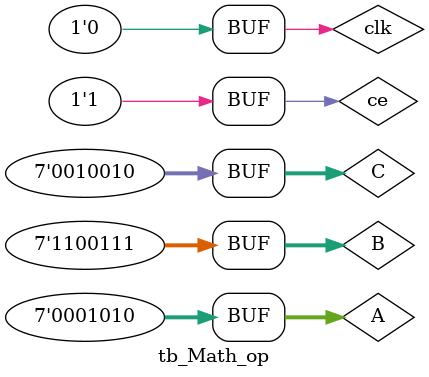
<source format=v>
`timescale 1ns / 1ps


module tb_Math_op(

    );
    reg clk = 1'b0;
    reg signed [6:0]A = 7'b0001010;
    reg signed [6:0]B = 7'b1100111;
    reg signed [6:0]C = 7'b0010010;
    wire signed [6:0]Y;
    reg ce = 1'b1;
    initial
    begin
        #2; clk <= ~clk ;
        #2; clk <= ~clk ;
        #2; clk <= ~clk ;
        #2; clk <= ~clk ;
        #2; clk <= ~clk ;
        #2; clk <= ~clk ;
        #2; clk <= ~clk ;
        #2; clk <= ~clk ;
    end
    Math_op math_op_instance(
    .clk(clk),
    .ce(ce),
    .A(A),
    .B(B),
    .C(C),
    .Y(Y)
    );
endmodule

</source>
